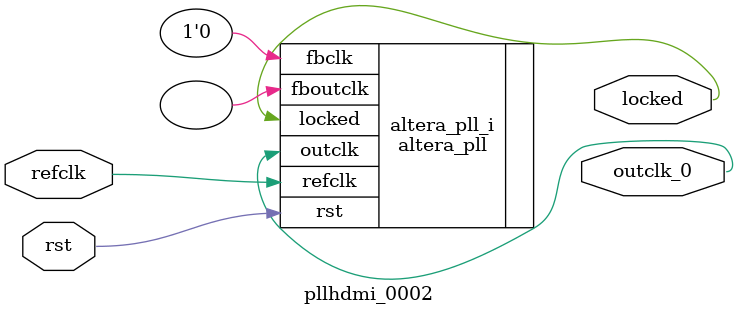
<source format=v>
`timescale 1ns/10ps
module  pllhdmi_0002(

	// interface 'refclk'
	input wire refclk,

	// interface 'reset'
	input wire rst,

	// interface 'outclk0'
	output wire outclk_0,

	// interface 'locked'
	output wire locked
);

	altera_pll #(
		.fractional_vco_multiplier("true"),
		.reference_clock_frequency("50.0 MHz"),
		.operation_mode("direct"),
		.number_of_clocks(1),
		.output_clock_frequency0("148.500000 MHz"),
		.phase_shift0("0 ps"),
		.duty_cycle0(50),
		.output_clock_frequency1("0 MHz"),
		.phase_shift1("0 ps"),
		.duty_cycle1(50),
		.output_clock_frequency2("0 MHz"),
		.phase_shift2("0 ps"),
		.duty_cycle2(50),
		.output_clock_frequency3("0 MHz"),
		.phase_shift3("0 ps"),
		.duty_cycle3(50),
		.output_clock_frequency4("0 MHz"),
		.phase_shift4("0 ps"),
		.duty_cycle4(50),
		.output_clock_frequency5("0 MHz"),
		.phase_shift5("0 ps"),
		.duty_cycle5(50),
		.output_clock_frequency6("0 MHz"),
		.phase_shift6("0 ps"),
		.duty_cycle6(50),
		.output_clock_frequency7("0 MHz"),
		.phase_shift7("0 ps"),
		.duty_cycle7(50),
		.output_clock_frequency8("0 MHz"),
		.phase_shift8("0 ps"),
		.duty_cycle8(50),
		.output_clock_frequency9("0 MHz"),
		.phase_shift9("0 ps"),
		.duty_cycle9(50),
		.output_clock_frequency10("0 MHz"),
		.phase_shift10("0 ps"),
		.duty_cycle10(50),
		.output_clock_frequency11("0 MHz"),
		.phase_shift11("0 ps"),
		.duty_cycle11(50),
		.output_clock_frequency12("0 MHz"),
		.phase_shift12("0 ps"),
		.duty_cycle12(50),
		.output_clock_frequency13("0 MHz"),
		.phase_shift13("0 ps"),
		.duty_cycle13(50),
		.output_clock_frequency14("0 MHz"),
		.phase_shift14("0 ps"),
		.duty_cycle14(50),
		.output_clock_frequency15("0 MHz"),
		.phase_shift15("0 ps"),
		.duty_cycle15(50),
		.output_clock_frequency16("0 MHz"),
		.phase_shift16("0 ps"),
		.duty_cycle16(50),
		.output_clock_frequency17("0 MHz"),
		.phase_shift17("0 ps"),
		.duty_cycle17(50),
		.pll_type("General"),
		.pll_subtype("General")
	) altera_pll_i (
		.rst	(rst),
		.outclk	({outclk_0}),
		.locked	(locked),
		.fboutclk	( ),
		.fbclk	(1'b0),
		.refclk	(refclk)
	);
endmodule


</source>
